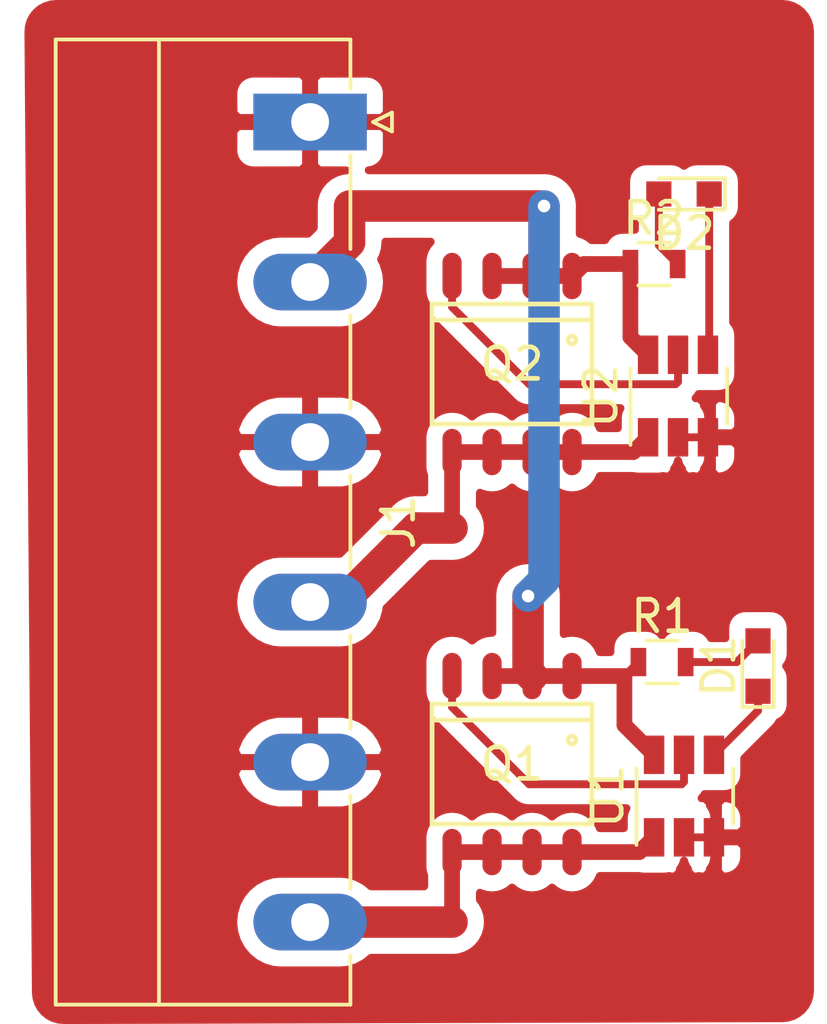
<source format=kicad_pcb>
(kicad_pcb (version 20171130) (host pcbnew "(5.1.10)-1")

  (general
    (thickness 1.6)
    (drawings 0)
    (tracks 61)
    (zones 0)
    (modules 9)
    (nets 11)
  )

  (page A4)
  (layers
    (0 F.Cu signal)
    (31 B.Cu signal)
    (32 B.Adhes user)
    (33 F.Adhes user)
    (34 B.Paste user)
    (35 F.Paste user)
    (36 B.SilkS user)
    (37 F.SilkS user)
    (38 B.Mask user)
    (39 F.Mask user)
    (40 Dwgs.User user)
    (41 Cmts.User user)
    (42 Eco1.User user)
    (43 Eco2.User user)
    (44 Edge.Cuts user)
    (45 Margin user)
    (46 B.CrtYd user)
    (47 F.CrtYd user)
    (48 B.Fab user)
    (49 F.Fab user)
  )

  (setup
    (last_trace_width 1)
    (user_trace_width 0.5)
    (user_trace_width 1)
    (trace_clearance 0.2)
    (zone_clearance 0.508)
    (zone_45_only no)
    (trace_min 0.2)
    (via_size 0.8)
    (via_drill 0.4)
    (via_min_size 0.4)
    (via_min_drill 0.3)
    (uvia_size 0.3)
    (uvia_drill 0.1)
    (uvias_allowed no)
    (uvia_min_size 0.2)
    (uvia_min_drill 0.1)
    (edge_width 0.05)
    (segment_width 0.2)
    (pcb_text_width 0.3)
    (pcb_text_size 1.5 1.5)
    (mod_edge_width 0.12)
    (mod_text_size 1 1)
    (mod_text_width 0.15)
    (pad_size 1.524 1.524)
    (pad_drill 0.762)
    (pad_to_mask_clearance 0)
    (aux_axis_origin 0 0)
    (visible_elements 7FFFFFFF)
    (pcbplotparams
      (layerselection 0x010fc_ffffffff)
      (usegerberextensions false)
      (usegerberattributes true)
      (usegerberadvancedattributes true)
      (creategerberjobfile true)
      (excludeedgelayer true)
      (linewidth 0.100000)
      (plotframeref false)
      (viasonmask false)
      (mode 1)
      (useauxorigin false)
      (hpglpennumber 1)
      (hpglpenspeed 20)
      (hpglpendiameter 15.000000)
      (psnegative false)
      (psa4output false)
      (plotreference true)
      (plotvalue true)
      (plotinvisibletext false)
      (padsonsilk false)
      (subtractmaskfromsilk false)
      (outputformat 1)
      (mirror false)
      (drillshape 1)
      (scaleselection 1)
      (outputdirectory ""))
  )

  (net 0 "")
  (net 1 "Net-(D1-Pad2)")
  (net 2 "Net-(D1-Pad1)")
  (net 3 "Net-(D2-Pad1)")
  (net 4 "Net-(D2-Pad2)")
  (net 5 "Net-(J1-Pad6)")
  (net 6 GND)
  (net 7 "Net-(J1-Pad4)")
  (net 8 +12V)
  (net 9 "Net-(Q1-Pad4)")
  (net 10 "Net-(Q2-Pad4)")

  (net_class Default "This is the default net class."
    (clearance 0.2)
    (trace_width 0.25)
    (via_dia 0.8)
    (via_drill 0.4)
    (uvia_dia 0.3)
    (uvia_drill 0.1)
    (add_net +12V)
    (add_net GND)
    (add_net "Net-(D1-Pad1)")
    (add_net "Net-(D1-Pad2)")
    (add_net "Net-(D2-Pad1)")
    (add_net "Net-(D2-Pad2)")
    (add_net "Net-(J1-Pad4)")
    (add_net "Net-(J1-Pad6)")
    (add_net "Net-(Q1-Pad4)")
    (add_net "Net-(Q2-Pad4)")
  )

  (module LEDs:LED_0603 (layer F.Cu) (tedit 57FE93A5) (tstamp 60B6AB31)
    (at 95.504 83.312 90)
    (descr "LED 0603 smd package")
    (tags "LED led 0603 SMD smd SMT smt smdled SMDLED smtled SMTLED")
    (path /60B8BC1D)
    (attr smd)
    (fp_text reference D1 (at 0 -1.25 90) (layer F.SilkS)
      (effects (font (size 1 1) (thickness 0.15)))
    )
    (fp_text value LED (at 0 1.35 90) (layer F.Fab)
      (effects (font (size 1 1) (thickness 0.15)))
    )
    (fp_line (start -1.45 -0.65) (end 1.45 -0.65) (layer F.CrtYd) (width 0.05))
    (fp_line (start -1.45 0.65) (end -1.45 -0.65) (layer F.CrtYd) (width 0.05))
    (fp_line (start 1.45 0.65) (end -1.45 0.65) (layer F.CrtYd) (width 0.05))
    (fp_line (start 1.45 -0.65) (end 1.45 0.65) (layer F.CrtYd) (width 0.05))
    (fp_line (start -1.3 -0.5) (end 0.8 -0.5) (layer F.SilkS) (width 0.12))
    (fp_line (start -1.3 0.5) (end 0.8 0.5) (layer F.SilkS) (width 0.12))
    (fp_line (start -0.8 0.4) (end -0.8 -0.4) (layer F.Fab) (width 0.1))
    (fp_line (start -0.8 -0.4) (end 0.8 -0.4) (layer F.Fab) (width 0.1))
    (fp_line (start 0.8 -0.4) (end 0.8 0.4) (layer F.Fab) (width 0.1))
    (fp_line (start 0.8 0.4) (end -0.8 0.4) (layer F.Fab) (width 0.1))
    (fp_line (start 0.15 -0.2) (end 0.15 0.2) (layer F.Fab) (width 0.1))
    (fp_line (start 0.15 0.2) (end -0.15 0) (layer F.Fab) (width 0.1))
    (fp_line (start -0.15 0) (end 0.15 -0.2) (layer F.Fab) (width 0.1))
    (fp_line (start -0.2 -0.2) (end -0.2 0.2) (layer F.Fab) (width 0.1))
    (fp_line (start -1.3 -0.5) (end -1.3 0.5) (layer F.SilkS) (width 0.12))
    (pad 2 smd rect (at 0.8 0 270) (size 0.8 0.8) (layers F.Cu F.Paste F.Mask)
      (net 1 "Net-(D1-Pad2)"))
    (pad 1 smd rect (at -0.8 0 270) (size 0.8 0.8) (layers F.Cu F.Paste F.Mask)
      (net 2 "Net-(D1-Pad1)"))
    (model ${KISYS3DMOD}/LEDs.3dshapes/LED_0603.wrl
      (at (xyz 0 0 0))
      (scale (xyz 1 1 1))
      (rotate (xyz 0 0 180))
    )
  )

  (module LEDs:LED_0603 (layer F.Cu) (tedit 57FE93A5) (tstamp 60B6AB46)
    (at 93.1545 68.326 180)
    (descr "LED 0603 smd package")
    (tags "LED led 0603 SMD smd SMT smt smdled SMDLED smtled SMTLED")
    (path /60B8A0F8)
    (attr smd)
    (fp_text reference D2 (at 0 -1.25) (layer F.SilkS)
      (effects (font (size 1 1) (thickness 0.15)))
    )
    (fp_text value LED (at 0 1.35) (layer F.Fab)
      (effects (font (size 1 1) (thickness 0.15)))
    )
    (fp_line (start -1.3 -0.5) (end -1.3 0.5) (layer F.SilkS) (width 0.12))
    (fp_line (start -0.2 -0.2) (end -0.2 0.2) (layer F.Fab) (width 0.1))
    (fp_line (start -0.15 0) (end 0.15 -0.2) (layer F.Fab) (width 0.1))
    (fp_line (start 0.15 0.2) (end -0.15 0) (layer F.Fab) (width 0.1))
    (fp_line (start 0.15 -0.2) (end 0.15 0.2) (layer F.Fab) (width 0.1))
    (fp_line (start 0.8 0.4) (end -0.8 0.4) (layer F.Fab) (width 0.1))
    (fp_line (start 0.8 -0.4) (end 0.8 0.4) (layer F.Fab) (width 0.1))
    (fp_line (start -0.8 -0.4) (end 0.8 -0.4) (layer F.Fab) (width 0.1))
    (fp_line (start -0.8 0.4) (end -0.8 -0.4) (layer F.Fab) (width 0.1))
    (fp_line (start -1.3 0.5) (end 0.8 0.5) (layer F.SilkS) (width 0.12))
    (fp_line (start -1.3 -0.5) (end 0.8 -0.5) (layer F.SilkS) (width 0.12))
    (fp_line (start 1.45 -0.65) (end 1.45 0.65) (layer F.CrtYd) (width 0.05))
    (fp_line (start 1.45 0.65) (end -1.45 0.65) (layer F.CrtYd) (width 0.05))
    (fp_line (start -1.45 0.65) (end -1.45 -0.65) (layer F.CrtYd) (width 0.05))
    (fp_line (start -1.45 -0.65) (end 1.45 -0.65) (layer F.CrtYd) (width 0.05))
    (pad 1 smd rect (at -0.8 0) (size 0.8 0.8) (layers F.Cu F.Paste F.Mask)
      (net 3 "Net-(D2-Pad1)"))
    (pad 2 smd rect (at 0.8 0) (size 0.8 0.8) (layers F.Cu F.Paste F.Mask)
      (net 4 "Net-(D2-Pad2)"))
    (model ${KISYS3DMOD}/LEDs.3dshapes/LED_0603.wrl
      (at (xyz 0 0 0))
      (scale (xyz 1 1 1))
      (rotate (xyz 0 0 180))
    )
  )

  (module Connectors_Phoenix:PhoenixContact_MC-G_06x5.08mm_Angled (layer F.Cu) (tedit 59566E60) (tstamp 60B6AB69)
    (at 81.28 66.04 270)
    (descr "Generic Phoenix Contact connector footprint for series: MC-G; number of pins: 06; pin pitch: 5.08mm; Angled || order number: 1836228 8A 320V")
    (tags "phoenix_contact connector MC_01x06_G_5.08mm")
    (path /60B72E03)
    (fp_text reference J1 (at 12.7 -2.8 90) (layer F.SilkS)
      (effects (font (size 1 1) (thickness 0.15)))
    )
    (fp_text value Screw_Terminal_01x06 (at 12.7 9 90) (layer F.Fab)
      (effects (font (size 1 1) (thickness 0.15)))
    )
    (fp_line (start -2.62 -1.28) (end -2.62 8.08) (layer F.SilkS) (width 0.12))
    (fp_line (start -2.62 8.08) (end 28.02 8.08) (layer F.SilkS) (width 0.12))
    (fp_line (start 28.02 8.08) (end 28.02 -1.28) (layer F.SilkS) (width 0.12))
    (fp_line (start -2.62 -1.28) (end -1.05 -1.28) (layer F.SilkS) (width 0.12))
    (fp_line (start 28.02 -1.28) (end 26.45 -1.28) (layer F.SilkS) (width 0.12))
    (fp_line (start 1.05 -1.28) (end 4.03 -1.28) (layer F.SilkS) (width 0.12))
    (fp_line (start 6.13 -1.28) (end 9.11 -1.28) (layer F.SilkS) (width 0.12))
    (fp_line (start 11.21 -1.28) (end 14.19 -1.28) (layer F.SilkS) (width 0.12))
    (fp_line (start 16.29 -1.28) (end 19.27 -1.28) (layer F.SilkS) (width 0.12))
    (fp_line (start 21.37 -1.28) (end 24.35 -1.28) (layer F.SilkS) (width 0.12))
    (fp_line (start -2.54 -1.2) (end -2.54 8) (layer F.Fab) (width 0.1))
    (fp_line (start -2.54 8) (end 27.94 8) (layer F.Fab) (width 0.1))
    (fp_line (start 27.94 8) (end 27.94 -1.2) (layer F.Fab) (width 0.1))
    (fp_line (start 27.94 -1.2) (end -2.54 -1.2) (layer F.Fab) (width 0.1))
    (fp_line (start -2.62 4.8) (end 28.02 4.8) (layer F.SilkS) (width 0.12))
    (fp_line (start -3.12 -2.3) (end -3.12 8.5) (layer F.CrtYd) (width 0.05))
    (fp_line (start -3.12 8.5) (end 28.44 8.5) (layer F.CrtYd) (width 0.05))
    (fp_line (start 28.44 8.5) (end 28.44 -2.3) (layer F.CrtYd) (width 0.05))
    (fp_line (start 28.44 -2.3) (end -3.12 -2.3) (layer F.CrtYd) (width 0.05))
    (fp_line (start 0.3 -2.6) (end 0 -2) (layer F.SilkS) (width 0.12))
    (fp_line (start 0 -2) (end -0.3 -2.6) (layer F.SilkS) (width 0.12))
    (fp_line (start -0.3 -2.6) (end 0.3 -2.6) (layer F.SilkS) (width 0.12))
    (fp_line (start 0.8 -1.2) (end 0 0) (layer F.Fab) (width 0.1))
    (fp_line (start 0 0) (end -0.8 -1.2) (layer F.Fab) (width 0.1))
    (fp_text user %R (at 12.7 3 90) (layer F.Fab)
      (effects (font (size 1 1) (thickness 0.15)))
    )
    (pad 6 thru_hole oval (at 25.4 0 270) (size 1.8 3.6) (drill 1.2) (layers *.Cu *.Mask)
      (net 5 "Net-(J1-Pad6)"))
    (pad 5 thru_hole oval (at 20.32 0 270) (size 1.8 3.6) (drill 1.2) (layers *.Cu *.Mask)
      (net 6 GND))
    (pad 4 thru_hole oval (at 15.24 0 270) (size 1.8 3.6) (drill 1.2) (layers *.Cu *.Mask)
      (net 7 "Net-(J1-Pad4)"))
    (pad 3 thru_hole oval (at 10.16 0 270) (size 1.8 3.6) (drill 1.2) (layers *.Cu *.Mask)
      (net 6 GND))
    (pad 2 thru_hole oval (at 5.08 0 270) (size 1.8 3.6) (drill 1.2) (layers *.Cu *.Mask)
      (net 8 +12V))
    (pad 1 thru_hole rect (at 0 0 270) (size 1.8 3.6) (drill 1.2) (layers *.Cu *.Mask)
      (net 6 GND))
    (model ${KISYS3DMOD}/Connectors_Phoenix.3dshapes/PhoenixContact_MC-G_06x5.08mm_Angled.wrl
      (at (xyz 0 0 0))
      (scale (xyz 1 1 1))
      (rotate (xyz 0 0 0))
    )
  )

  (module Power_Integrations:SO-8 (layer F.Cu) (tedit 0) (tstamp 60B6AB7B)
    (at 87.6935 86.4235 180)
    (descr "SO-8 Surface Mount Small Outline 150mil 8pin Package")
    (tags "Power Integrations D Package")
    (path /60B74781)
    (fp_text reference Q1 (at 0 0) (layer F.SilkS)
      (effects (font (size 1 1) (thickness 0.15)))
    )
    (fp_text value SQ4435EY (at 0 0) (layer F.Fab)
      (effects (font (size 1 1) (thickness 0.15)))
    )
    (fp_circle (center -1.905 0.762) (end -1.778 0.762) (layer F.SilkS) (width 0.15))
    (fp_line (start -2.54 1.397) (end 2.54 1.397) (layer F.SilkS) (width 0.15))
    (fp_line (start -2.54 -1.905) (end 2.54 -1.905) (layer F.SilkS) (width 0.15))
    (fp_line (start -2.54 1.905) (end 2.54 1.905) (layer F.SilkS) (width 0.15))
    (fp_line (start -2.54 1.905) (end -2.54 -1.905) (layer F.SilkS) (width 0.15))
    (fp_line (start 2.54 1.905) (end 2.54 -1.905) (layer F.SilkS) (width 0.15))
    (pad 8 smd oval (at -1.905 -2.794 180) (size 0.6096 1.4732) (layers F.Cu F.Paste F.Mask)
      (net 5 "Net-(J1-Pad6)"))
    (pad 7 smd oval (at -0.635 -2.794 180) (size 0.6096 1.4732) (layers F.Cu F.Paste F.Mask)
      (net 5 "Net-(J1-Pad6)"))
    (pad 6 smd oval (at 0.635 -2.794 180) (size 0.6096 1.4732) (layers F.Cu F.Paste F.Mask)
      (net 5 "Net-(J1-Pad6)"))
    (pad 5 smd oval (at 1.905 -2.794 180) (size 0.6096 1.4732) (layers F.Cu F.Paste F.Mask)
      (net 5 "Net-(J1-Pad6)"))
    (pad 4 smd oval (at 1.905 2.794 180) (size 0.6096 1.4732) (layers F.Cu F.Paste F.Mask)
      (net 9 "Net-(Q1-Pad4)"))
    (pad 3 smd oval (at 0.635 2.794 180) (size 0.6096 1.4732) (layers F.Cu F.Paste F.Mask)
      (net 8 +12V))
    (pad 2 smd oval (at -0.635 2.794 180) (size 0.6096 1.4732) (layers F.Cu F.Paste F.Mask)
      (net 8 +12V))
    (pad 1 smd oval (at -1.905 2.794 180) (size 0.6096 1.4732) (layers F.Cu F.Paste F.Mask)
      (net 8 +12V))
  )

  (module Power_Integrations:SO-8 (layer F.Cu) (tedit 0) (tstamp 60B6AB8D)
    (at 87.6935 73.7235 180)
    (descr "SO-8 Surface Mount Small Outline 150mil 8pin Package")
    (tags "Power Integrations D Package")
    (path /60B740EA)
    (fp_text reference Q2 (at 0 0) (layer F.SilkS)
      (effects (font (size 1 1) (thickness 0.15)))
    )
    (fp_text value SQ4435EY (at 0 0) (layer F.Fab)
      (effects (font (size 1 1) (thickness 0.15)))
    )
    (fp_line (start 2.54 1.905) (end 2.54 -1.905) (layer F.SilkS) (width 0.15))
    (fp_line (start -2.54 1.905) (end -2.54 -1.905) (layer F.SilkS) (width 0.15))
    (fp_line (start -2.54 1.905) (end 2.54 1.905) (layer F.SilkS) (width 0.15))
    (fp_line (start -2.54 -1.905) (end 2.54 -1.905) (layer F.SilkS) (width 0.15))
    (fp_line (start -2.54 1.397) (end 2.54 1.397) (layer F.SilkS) (width 0.15))
    (fp_circle (center -1.905 0.762) (end -1.778 0.762) (layer F.SilkS) (width 0.15))
    (pad 1 smd oval (at -1.905 2.794 180) (size 0.6096 1.4732) (layers F.Cu F.Paste F.Mask)
      (net 8 +12V))
    (pad 2 smd oval (at -0.635 2.794 180) (size 0.6096 1.4732) (layers F.Cu F.Paste F.Mask)
      (net 8 +12V))
    (pad 3 smd oval (at 0.635 2.794 180) (size 0.6096 1.4732) (layers F.Cu F.Paste F.Mask)
      (net 8 +12V))
    (pad 4 smd oval (at 1.905 2.794 180) (size 0.6096 1.4732) (layers F.Cu F.Paste F.Mask)
      (net 10 "Net-(Q2-Pad4)"))
    (pad 5 smd oval (at 1.905 -2.794 180) (size 0.6096 1.4732) (layers F.Cu F.Paste F.Mask)
      (net 7 "Net-(J1-Pad4)"))
    (pad 6 smd oval (at 0.635 -2.794 180) (size 0.6096 1.4732) (layers F.Cu F.Paste F.Mask)
      (net 7 "Net-(J1-Pad4)"))
    (pad 7 smd oval (at -0.635 -2.794 180) (size 0.6096 1.4732) (layers F.Cu F.Paste F.Mask)
      (net 7 "Net-(J1-Pad4)"))
    (pad 8 smd oval (at -1.905 -2.794 180) (size 0.6096 1.4732) (layers F.Cu F.Paste F.Mask)
      (net 7 "Net-(J1-Pad4)"))
  )

  (module Resistors_SMD:R_0603 (layer F.Cu) (tedit 58E0A804) (tstamp 60B6B048)
    (at 92.456 83.185)
    (descr "Resistor SMD 0603, reflow soldering, Vishay (see dcrcw.pdf)")
    (tags "resistor 0603")
    (path /60B8D397)
    (attr smd)
    (fp_text reference R1 (at 0 -1.45) (layer F.SilkS)
      (effects (font (size 1 1) (thickness 0.15)))
    )
    (fp_text value "1.5 k" (at 0 1.5) (layer F.Fab)
      (effects (font (size 1 1) (thickness 0.15)))
    )
    (fp_line (start -0.8 0.4) (end -0.8 -0.4) (layer F.Fab) (width 0.1))
    (fp_line (start 0.8 0.4) (end -0.8 0.4) (layer F.Fab) (width 0.1))
    (fp_line (start 0.8 -0.4) (end 0.8 0.4) (layer F.Fab) (width 0.1))
    (fp_line (start -0.8 -0.4) (end 0.8 -0.4) (layer F.Fab) (width 0.1))
    (fp_line (start 0.5 0.68) (end -0.5 0.68) (layer F.SilkS) (width 0.12))
    (fp_line (start -0.5 -0.68) (end 0.5 -0.68) (layer F.SilkS) (width 0.12))
    (fp_line (start -1.25 -0.7) (end 1.25 -0.7) (layer F.CrtYd) (width 0.05))
    (fp_line (start -1.25 -0.7) (end -1.25 0.7) (layer F.CrtYd) (width 0.05))
    (fp_line (start 1.25 0.7) (end 1.25 -0.7) (layer F.CrtYd) (width 0.05))
    (fp_line (start 1.25 0.7) (end -1.25 0.7) (layer F.CrtYd) (width 0.05))
    (fp_text user %R (at 0 0 180) (layer F.Fab)
      (effects (font (size 0.4 0.4) (thickness 0.075)))
    )
    (pad 2 smd rect (at 0.75 0) (size 0.5 0.9) (layers F.Cu F.Paste F.Mask)
      (net 1 "Net-(D1-Pad2)"))
    (pad 1 smd rect (at -0.75 0) (size 0.5 0.9) (layers F.Cu F.Paste F.Mask)
      (net 8 +12V))
    (model ${KISYS3DMOD}/Resistors_SMD.3dshapes/R_0603.wrl
      (at (xyz 0 0 0))
      (scale (xyz 1 1 1))
      (rotate (xyz 0 0 0))
    )
  )

  (module Resistors_SMD:R_0603 (layer F.Cu) (tedit 58E0A804) (tstamp 60B6ABAF)
    (at 92.202 70.5485)
    (descr "Resistor SMD 0603, reflow soldering, Vishay (see dcrcw.pdf)")
    (tags "resistor 0603")
    (path /60B8DA25)
    (attr smd)
    (fp_text reference R2 (at 0 -1.45) (layer F.SilkS)
      (effects (font (size 1 1) (thickness 0.15)))
    )
    (fp_text value "1.5 k" (at 0 1.5) (layer F.Fab)
      (effects (font (size 1 1) (thickness 0.15)))
    )
    (fp_line (start 1.25 0.7) (end -1.25 0.7) (layer F.CrtYd) (width 0.05))
    (fp_line (start 1.25 0.7) (end 1.25 -0.7) (layer F.CrtYd) (width 0.05))
    (fp_line (start -1.25 -0.7) (end -1.25 0.7) (layer F.CrtYd) (width 0.05))
    (fp_line (start -1.25 -0.7) (end 1.25 -0.7) (layer F.CrtYd) (width 0.05))
    (fp_line (start -0.5 -0.68) (end 0.5 -0.68) (layer F.SilkS) (width 0.12))
    (fp_line (start 0.5 0.68) (end -0.5 0.68) (layer F.SilkS) (width 0.12))
    (fp_line (start -0.8 -0.4) (end 0.8 -0.4) (layer F.Fab) (width 0.1))
    (fp_line (start 0.8 -0.4) (end 0.8 0.4) (layer F.Fab) (width 0.1))
    (fp_line (start 0.8 0.4) (end -0.8 0.4) (layer F.Fab) (width 0.1))
    (fp_line (start -0.8 0.4) (end -0.8 -0.4) (layer F.Fab) (width 0.1))
    (fp_text user %R (at 0 0) (layer F.Fab)
      (effects (font (size 0.4 0.4) (thickness 0.075)))
    )
    (pad 1 smd rect (at -0.75 0) (size 0.5 0.9) (layers F.Cu F.Paste F.Mask)
      (net 8 +12V))
    (pad 2 smd rect (at 0.75 0) (size 0.5 0.9) (layers F.Cu F.Paste F.Mask)
      (net 4 "Net-(D2-Pad2)"))
    (model ${KISYS3DMOD}/Resistors_SMD.3dshapes/R_0603.wrl
      (at (xyz 0 0 0))
      (scale (xyz 1 1 1))
      (rotate (xyz 0 0 0))
    )
  )

  (module TO_SOT_Packages_SMD:TSOT-23-6 (layer F.Cu) (tedit 58CE4E80) (tstamp 60B6BA5D)
    (at 92.964 74.7395 90)
    (descr "6-pin TSOT23 package, http://cds.linear.com/docs/en/packaging/SOT_6_05-08-1636.pdf")
    (tags "TSOT-23-6 MK06A TSOT-6")
    (path /60B739CD)
    (attr smd)
    (fp_text reference U2 (at 0 -2.45 90) (layer F.SilkS)
      (effects (font (size 1 1) (thickness 0.15)))
    )
    (fp_text value LTC4412xS6 (at 0 2.5 90) (layer F.Fab)
      (effects (font (size 1 1) (thickness 0.15)))
    )
    (fp_line (start 2.17 1.7) (end -2.17 1.7) (layer F.CrtYd) (width 0.05))
    (fp_line (start 2.17 1.7) (end 2.17 -1.7) (layer F.CrtYd) (width 0.05))
    (fp_line (start -2.17 -1.7) (end -2.17 1.7) (layer F.CrtYd) (width 0.05))
    (fp_line (start -2.17 -1.7) (end 2.17 -1.7) (layer F.CrtYd) (width 0.05))
    (fp_line (start 0.88 -1.45) (end 0.88 1.45) (layer F.Fab) (width 0.1))
    (fp_line (start 0.88 1.45) (end -0.88 1.45) (layer F.Fab) (width 0.1))
    (fp_line (start -0.88 -1) (end -0.88 1.45) (layer F.Fab) (width 0.1))
    (fp_line (start 0.88 -1.45) (end -0.43 -1.45) (layer F.Fab) (width 0.1))
    (fp_line (start -0.88 -1) (end -0.43 -1.45) (layer F.Fab) (width 0.1))
    (fp_line (start 0.88 -1.51) (end -1.55 -1.51) (layer F.SilkS) (width 0.12))
    (fp_line (start -0.88 1.56) (end 0.88 1.56) (layer F.SilkS) (width 0.12))
    (fp_text user %R (at 0 0) (layer F.Fab)
      (effects (font (size 0.5 0.5) (thickness 0.075)))
    )
    (pad 6 smd rect (at 1.31 -0.95 90) (size 1.22 0.65) (layers F.Cu F.Paste F.Mask)
      (net 8 +12V))
    (pad 5 smd rect (at 1.31 0 90) (size 1.22 0.65) (layers F.Cu F.Paste F.Mask)
      (net 10 "Net-(Q2-Pad4)"))
    (pad 4 smd rect (at 1.31 0.95 90) (size 1.22 0.65) (layers F.Cu F.Paste F.Mask)
      (net 3 "Net-(D2-Pad1)"))
    (pad 3 smd rect (at -1.31 0.95 90) (size 1.22 0.65) (layers F.Cu F.Paste F.Mask)
      (net 6 GND))
    (pad 2 smd rect (at -1.31 0 90) (size 1.22 0.65) (layers F.Cu F.Paste F.Mask)
      (net 6 GND))
    (pad 1 smd rect (at -1.31 -0.95 90) (size 1.22 0.65) (layers F.Cu F.Paste F.Mask)
      (net 7 "Net-(J1-Pad4)"))
    (model ${KISYS3DMOD}/TO_SOT_Packages_SMD.3dshapes/TSOT-23-6.wrl
      (at (xyz 0 0 0))
      (scale (xyz 1 1 1))
      (rotate (xyz 0 0 0))
    )
  )

  (module TO_SOT_Packages_SMD:TSOT-23-6 (layer F.Cu) (tedit 58CE4E80) (tstamp 60B6B7AC)
    (at 93.1545 87.4395 90)
    (descr "6-pin TSOT23 package, http://cds.linear.com/docs/en/packaging/SOT_6_05-08-1636.pdf")
    (tags "TSOT-23-6 MK06A TSOT-6")
    (path /60B7379C)
    (attr smd)
    (fp_text reference U1 (at 0 -2.45 90) (layer F.SilkS)
      (effects (font (size 1 1) (thickness 0.15)))
    )
    (fp_text value LTC4412xS6 (at 0 2.5 90) (layer F.Fab)
      (effects (font (size 1 1) (thickness 0.15)))
    )
    (fp_line (start 2.17 1.7) (end -2.17 1.7) (layer F.CrtYd) (width 0.05))
    (fp_line (start 2.17 1.7) (end 2.17 -1.7) (layer F.CrtYd) (width 0.05))
    (fp_line (start -2.17 -1.7) (end -2.17 1.7) (layer F.CrtYd) (width 0.05))
    (fp_line (start -2.17 -1.7) (end 2.17 -1.7) (layer F.CrtYd) (width 0.05))
    (fp_line (start 0.88 -1.45) (end 0.88 1.45) (layer F.Fab) (width 0.1))
    (fp_line (start 0.88 1.45) (end -0.88 1.45) (layer F.Fab) (width 0.1))
    (fp_line (start -0.88 -1) (end -0.88 1.45) (layer F.Fab) (width 0.1))
    (fp_line (start 0.88 -1.45) (end -0.43 -1.45) (layer F.Fab) (width 0.1))
    (fp_line (start -0.88 -1) (end -0.43 -1.45) (layer F.Fab) (width 0.1))
    (fp_line (start 0.88 -1.51) (end -1.55 -1.51) (layer F.SilkS) (width 0.12))
    (fp_line (start -0.88 1.56) (end 0.88 1.56) (layer F.SilkS) (width 0.12))
    (fp_text user %R (at 0 0) (layer F.Fab)
      (effects (font (size 0.5 0.5) (thickness 0.075)))
    )
    (pad 6 smd rect (at 1.31 -0.95 90) (size 1.22 0.65) (layers F.Cu F.Paste F.Mask)
      (net 8 +12V))
    (pad 5 smd rect (at 1.31 0 90) (size 1.22 0.65) (layers F.Cu F.Paste F.Mask)
      (net 9 "Net-(Q1-Pad4)"))
    (pad 4 smd rect (at 1.31 0.95 90) (size 1.22 0.65) (layers F.Cu F.Paste F.Mask)
      (net 2 "Net-(D1-Pad1)"))
    (pad 3 smd rect (at -1.31 0.95 90) (size 1.22 0.65) (layers F.Cu F.Paste F.Mask)
      (net 6 GND))
    (pad 2 smd rect (at -1.31 0 90) (size 1.22 0.65) (layers F.Cu F.Paste F.Mask)
      (net 6 GND))
    (pad 1 smd rect (at -1.31 -0.95 90) (size 1.22 0.65) (layers F.Cu F.Paste F.Mask)
      (net 5 "Net-(J1-Pad6)"))
    (model ${KISYS3DMOD}/TO_SOT_Packages_SMD.3dshapes/TSOT-23-6.wrl
      (at (xyz 0 0 0))
      (scale (xyz 1 1 1))
      (rotate (xyz 0 0 0))
    )
  )

  (segment (start 94.831 83.185) (end 95.504 82.512) (width 0.25) (layer F.Cu) (net 1))
  (segment (start 93.206 83.185) (end 94.831 83.185) (width 0.25) (layer F.Cu) (net 1))
  (segment (start 95.504 84.73) (end 94.1045 86.1295) (width 0.25) (layer F.Cu) (net 2))
  (segment (start 95.504 84.112) (end 95.504 84.73) (width 0.25) (layer F.Cu) (net 2))
  (segment (start 93.9545 73.389) (end 93.914 73.4295) (width 0.25) (layer F.Cu) (net 3))
  (segment (start 93.9545 68.326) (end 93.9545 73.389) (width 0.25) (layer F.Cu) (net 3))
  (segment (start 92.3545 69.951) (end 92.952 70.5485) (width 0.25) (layer F.Cu) (net 4))
  (segment (start 92.3545 68.326) (end 92.3545 69.951) (width 0.25) (layer F.Cu) (net 4))
  (segment (start 91.7365 89.2175) (end 92.2045 88.7495) (width 0.5) (layer F.Cu) (net 5))
  (segment (start 89.5985 89.2175) (end 91.7365 89.2175) (width 0.5) (layer F.Cu) (net 5))
  (segment (start 81.28 91.44) (end 85.7885 91.44) (width 1) (layer F.Cu) (net 5))
  (segment (start 85.7885 89.2175) (end 85.7885 91.44) (width 0.5) (layer F.Cu) (net 5))
  (segment (start 85.7885 89.2175) (end 87.0585 89.2175) (width 0.5) (layer F.Cu) (net 5))
  (segment (start 87.0585 89.2175) (end 88.3285 89.2175) (width 0.5) (layer F.Cu) (net 5))
  (segment (start 88.3285 89.2175) (end 89.5985 89.2175) (width 0.5) (layer F.Cu) (net 5))
  (segment (start 94.1045 88.7495) (end 93.1545 88.7495) (width 0.25) (layer F.Cu) (net 6))
  (segment (start 93.914 76.0495) (end 92.964 76.0495) (width 0.25) (layer F.Cu) (net 6))
  (segment (start 91.546 76.5175) (end 92.014 76.0495) (width 0.5) (layer F.Cu) (net 7))
  (segment (start 89.5985 76.5175) (end 91.546 76.5175) (width 0.5) (layer F.Cu) (net 7))
  (segment (start 84.6455 78.9305) (end 85.7885 78.9305) (width 1) (layer F.Cu) (net 7))
  (segment (start 82.296 81.28) (end 84.6455 78.9305) (width 1) (layer F.Cu) (net 7))
  (segment (start 81.28 81.28) (end 82.296 81.28) (width 1) (layer F.Cu) (net 7))
  (segment (start 85.7885 78.9305) (end 85.7885 76.5175) (width 0.5) (layer F.Cu) (net 7))
  (segment (start 85.7885 76.5175) (end 87.0585 76.5175) (width 0.5) (layer F.Cu) (net 7))
  (segment (start 87.0585 76.5175) (end 88.3285 76.5175) (width 0.5) (layer F.Cu) (net 7))
  (segment (start 88.3285 76.5175) (end 89.5985 76.5175) (width 0.5) (layer F.Cu) (net 7))
  (segment (start 81.28 71.12) (end 81.28 70.612) (width 0.25) (layer F.Cu) (net 8))
  (segment (start 91.452 70.5485) (end 89.9795 70.5485) (width 0.5) (layer F.Cu) (net 8))
  (segment (start 91.452 72.8675) (end 92.014 73.4295) (width 0.5) (layer F.Cu) (net 8))
  (segment (start 91.452 70.5485) (end 91.452 72.8675) (width 0.5) (layer F.Cu) (net 8))
  (segment (start 82.53211 69.86789) (end 81.28 71.12) (width 1) (layer F.Cu) (net 8))
  (segment (start 82.53211 68.707) (end 82.53211 69.86789) (width 1) (layer F.Cu) (net 8))
  (segment (start 82.54362 68.707) (end 88.7095 68.707) (width 1) (layer F.Cu) (net 8))
  (segment (start 89.9795 70.5485) (end 89.5985 70.9295) (width 0.5) (layer F.Cu) (net 8))
  (segment (start 88.7095 68.707) (end 88.7095 68.707) (width 1) (layer F.Cu) (net 8) (tstamp 60B90201))
  (via (at 88.7095 68.707) (size 0.8) (drill 0.4) (layers F.Cu B.Cu) (net 8))
  (via (at 88.2015 81.0895) (size 0.8) (drill 0.4) (layers F.Cu B.Cu) (net 8))
  (segment (start 88.7095 80.5815) (end 88.2015 81.0895) (width 1) (layer B.Cu) (net 8))
  (segment (start 88.7095 68.707) (end 88.7095 80.5815) (width 1) (layer B.Cu) (net 8))
  (segment (start 91.2615 83.6295) (end 91.706 83.185) (width 0.25) (layer F.Cu) (net 8))
  (segment (start 89.5985 83.6295) (end 91.2615 83.6295) (width 0.5) (layer F.Cu) (net 8))
  (segment (start 91.2615 85.1865) (end 92.2045 86.1295) (width 0.5) (layer F.Cu) (net 8))
  (segment (start 91.2615 83.6295) (end 91.2615 85.1865) (width 0.5) (layer F.Cu) (net 8))
  (segment (start 88.7095 70.5485) (end 88.3285 70.9295) (width 0.7) (layer F.Cu) (net 8))
  (segment (start 88.7095 68.707) (end 88.7095 70.5485) (width 1) (layer F.Cu) (net 8))
  (segment (start 88.3285 70.9295) (end 89.5985 70.9295) (width 0.5) (layer F.Cu) (net 8))
  (segment (start 88.3285 70.9295) (end 87.0585 70.9295) (width 0.5) (layer F.Cu) (net 8))
  (segment (start 88.2015 83.5025) (end 88.3285 83.6295) (width 1) (layer F.Cu) (net 8))
  (segment (start 88.2015 81.0895) (end 88.2015 83.5025) (width 1) (layer F.Cu) (net 8))
  (segment (start 88.3285 83.6295) (end 87.0585 83.6295) (width 0.5) (layer F.Cu) (net 8))
  (segment (start 88.3285 83.6295) (end 89.5985 83.6295) (width 0.5) (layer F.Cu) (net 8))
  (segment (start 93.1545 86.9895) (end 93.1545 86.1295) (width 0.25) (layer F.Cu) (net 9))
  (segment (start 93.079499 87.064501) (end 93.1545 86.9895) (width 0.25) (layer F.Cu) (net 9))
  (segment (start 88.236901 87.064501) (end 93.079499 87.064501) (width 0.25) (layer F.Cu) (net 9))
  (segment (start 85.7885 84.6161) (end 88.236901 87.064501) (width 0.25) (layer F.Cu) (net 9))
  (segment (start 85.7885 83.6295) (end 85.7885 84.6161) (width 0.25) (layer F.Cu) (net 9))
  (segment (start 92.964 74.2895) (end 92.964 73.4295) (width 0.25) (layer F.Cu) (net 10))
  (segment (start 92.888999 74.364501) (end 92.964 74.2895) (width 0.25) (layer F.Cu) (net 10))
  (segment (start 88.236901 74.364501) (end 92.888999 74.364501) (width 0.25) (layer F.Cu) (net 10))
  (segment (start 85.7885 71.9161) (end 88.236901 74.364501) (width 0.25) (layer F.Cu) (net 10))
  (segment (start 85.7885 70.9295) (end 85.7885 71.9161) (width 0.25) (layer F.Cu) (net 10))

  (zone (net 6) (net_name GND) (layer F.Cu) (tstamp 0) (hatch edge 0.508)
    (connect_pads (clearance 0.508))
    (min_thickness 0.254)
    (fill yes (arc_segments 32) (thermal_gap 0.508) (thermal_bridge_width 0.508) (smoothing fillet) (radius 1))
    (polygon
      (pts
        (xy 97.282 94.615) (xy 72.4535 94.6785) (xy 72.1995 62.1665) (xy 97.282 62.1665)
      )
    )
    (filled_polygon
      (pts
        (xy 96.452189 62.310876) (xy 96.61585 62.360522) (xy 96.766672 62.441138) (xy 96.89887 62.54963) (xy 97.007362 62.681828)
        (xy 97.087978 62.83265) (xy 97.137624 62.996311) (xy 97.155 63.172734) (xy 97.155 93.61133) (xy 97.13768 93.787473)
        (xy 97.088195 93.950886) (xy 97.007827 94.101533) (xy 96.899661 94.233633) (xy 96.767831 94.342143) (xy 96.61739 94.422895)
        (xy 96.45411 94.472797) (xy 96.278011 94.490567) (xy 73.454147 94.54894) (xy 73.278251 94.532128) (xy 73.11497 94.483228)
        (xy 72.964318 94.403514) (xy 72.832032 94.296022) (xy 72.723177 94.164862) (xy 72.641902 94.015038) (xy 72.591311 93.852272)
        (xy 72.572676 93.676557) (xy 72.555203 91.44) (xy 78.837573 91.44) (xy 78.86721 91.740913) (xy 78.954983 92.030261)
        (xy 79.097519 92.296927) (xy 79.289339 92.530661) (xy 79.523073 92.722481) (xy 79.789739 92.865017) (xy 80.079087 92.95279)
        (xy 80.304592 92.975) (xy 82.255408 92.975) (xy 82.480913 92.95279) (xy 82.770261 92.865017) (xy 83.036927 92.722481)
        (xy 83.216634 92.575) (xy 85.844252 92.575) (xy 86.010999 92.558577) (xy 86.224947 92.493676) (xy 86.422123 92.388284)
        (xy 86.594949 92.246449) (xy 86.736784 92.073623) (xy 86.842176 91.876447) (xy 86.907077 91.662499) (xy 86.928991 91.44)
        (xy 86.907077 91.217501) (xy 86.842176 91.003553) (xy 86.736784 90.806377) (xy 86.6735 90.729265) (xy 86.6735 90.509141)
        (xy 86.697114 90.521763) (xy 86.874267 90.575502) (xy 87.0585 90.593647) (xy 87.242732 90.575502) (xy 87.419885 90.521763)
        (xy 87.583151 90.434496) (xy 87.6935 90.343935) (xy 87.803849 90.434496) (xy 87.967114 90.521763) (xy 88.144267 90.575502)
        (xy 88.3285 90.593647) (xy 88.512732 90.575502) (xy 88.689885 90.521763) (xy 88.853151 90.434496) (xy 88.9635 90.343935)
        (xy 89.073849 90.434496) (xy 89.237114 90.521763) (xy 89.414267 90.575502) (xy 89.5985 90.593647) (xy 89.782732 90.575502)
        (xy 89.959885 90.521763) (xy 90.123151 90.434496) (xy 90.266254 90.317054) (xy 90.383696 90.173951) (xy 90.470963 90.010686)
        (xy 90.48103 89.9775) (xy 91.699178 89.9775) (xy 91.7365 89.981176) (xy 91.740186 89.980813) (xy 91.755018 89.985312)
        (xy 91.8795 89.997572) (xy 92.5295 89.997572) (xy 92.653982 89.985312) (xy 92.6795 89.977571) (xy 92.705018 89.985312)
        (xy 92.8295 89.997572) (xy 92.86875 89.9945) (xy 93.0275 89.83575) (xy 93.0275 89.753641) (xy 93.060037 89.713994)
        (xy 93.119002 89.60368) (xy 93.1545 89.486659) (xy 93.189998 89.60368) (xy 93.248963 89.713994) (xy 93.2815 89.753641)
        (xy 93.2815 89.83575) (xy 93.44025 89.9945) (xy 93.4795 89.997572) (xy 93.603982 89.985312) (xy 93.6295 89.977571)
        (xy 93.655018 89.985312) (xy 93.7795 89.997572) (xy 93.81875 89.9945) (xy 93.9775 89.83575) (xy 93.9775 89.753641)
        (xy 94.010037 89.713994) (xy 94.069002 89.60368) (xy 94.105312 89.483982) (xy 94.117572 89.3595) (xy 94.1145 89.03525)
        (xy 93.9775 88.89825) (xy 93.9775 88.8765) (xy 94.2315 88.8765) (xy 94.2315 89.83575) (xy 94.39025 89.9945)
        (xy 94.4295 89.997572) (xy 94.553982 89.985312) (xy 94.67368 89.949002) (xy 94.783994 89.890037) (xy 94.880685 89.810685)
        (xy 94.960037 89.713994) (xy 95.019002 89.60368) (xy 95.055312 89.483982) (xy 95.067572 89.3595) (xy 95.0645 89.03525)
        (xy 94.90575 88.8765) (xy 94.2315 88.8765) (xy 93.9775 88.8765) (xy 93.9575 88.8765) (xy 93.9575 88.6225)
        (xy 93.9775 88.6225) (xy 93.9775 88.60075) (xy 94.1145 88.46375) (xy 94.117572 88.1395) (xy 94.105312 88.015018)
        (xy 94.069002 87.89532) (xy 94.010037 87.785006) (xy 93.9775 87.745359) (xy 93.9775 87.66325) (xy 94.2315 87.66325)
        (xy 94.2315 88.6225) (xy 94.90575 88.6225) (xy 95.0645 88.46375) (xy 95.067572 88.1395) (xy 95.055312 88.015018)
        (xy 95.019002 87.89532) (xy 94.960037 87.785006) (xy 94.880685 87.688315) (xy 94.783994 87.608963) (xy 94.67368 87.549998)
        (xy 94.553982 87.513688) (xy 94.4295 87.501428) (xy 94.39025 87.5045) (xy 94.2315 87.66325) (xy 93.9775 87.66325)
        (xy 93.81875 87.5045) (xy 93.7795 87.501428) (xy 93.712091 87.508067) (xy 93.789474 87.413776) (xy 93.808826 87.377572)
        (xy 94.4295 87.377572) (xy 94.553982 87.365312) (xy 94.67368 87.329002) (xy 94.783994 87.270037) (xy 94.880685 87.190685)
        (xy 94.960037 87.093994) (xy 95.019002 86.98368) (xy 95.055312 86.863982) (xy 95.067572 86.7395) (xy 95.067572 86.241229)
        (xy 96.015003 85.293799) (xy 96.044001 85.270001) (xy 96.08189 85.223833) (xy 96.138974 85.154277) (xy 96.174784 85.087282)
        (xy 96.258494 85.042537) (xy 96.355185 84.963185) (xy 96.434537 84.866494) (xy 96.493502 84.75618) (xy 96.529812 84.636482)
        (xy 96.542072 84.512) (xy 96.542072 83.712) (xy 96.529812 83.587518) (xy 96.493502 83.46782) (xy 96.434537 83.357506)
        (xy 96.397191 83.312) (xy 96.434537 83.266494) (xy 96.493502 83.15618) (xy 96.529812 83.036482) (xy 96.542072 82.912)
        (xy 96.542072 82.112) (xy 96.529812 81.987518) (xy 96.493502 81.86782) (xy 96.434537 81.757506) (xy 96.355185 81.660815)
        (xy 96.258494 81.581463) (xy 96.14818 81.522498) (xy 96.028482 81.486188) (xy 95.904 81.473928) (xy 95.104 81.473928)
        (xy 94.979518 81.486188) (xy 94.85982 81.522498) (xy 94.749506 81.581463) (xy 94.652815 81.660815) (xy 94.573463 81.757506)
        (xy 94.514498 81.86782) (xy 94.478188 81.987518) (xy 94.465928 82.112) (xy 94.465928 82.425) (xy 94.01032 82.425)
        (xy 93.986537 82.380506) (xy 93.907185 82.283815) (xy 93.810494 82.204463) (xy 93.70018 82.145498) (xy 93.580482 82.109188)
        (xy 93.456 82.096928) (xy 92.956 82.096928) (xy 92.831518 82.109188) (xy 92.71182 82.145498) (xy 92.601506 82.204463)
        (xy 92.504815 82.283815) (xy 92.456 82.343296) (xy 92.407185 82.283815) (xy 92.310494 82.204463) (xy 92.20018 82.145498)
        (xy 92.080482 82.109188) (xy 91.956 82.096928) (xy 91.456 82.096928) (xy 91.331518 82.109188) (xy 91.21182 82.145498)
        (xy 91.101506 82.204463) (xy 91.004815 82.283815) (xy 90.925463 82.380506) (xy 90.866498 82.49082) (xy 90.830188 82.610518)
        (xy 90.817928 82.735) (xy 90.817928 82.8695) (xy 90.48103 82.8695) (xy 90.470963 82.836314) (xy 90.383696 82.673049)
        (xy 90.266254 82.529946) (xy 90.123151 82.412504) (xy 89.959886 82.325237) (xy 89.782733 82.271498) (xy 89.5985 82.253353)
        (xy 89.414268 82.271498) (xy 89.3365 82.295089) (xy 89.3365 81.033748) (xy 89.320077 80.867001) (xy 89.255176 80.653053)
        (xy 89.149784 80.455877) (xy 89.007949 80.283051) (xy 88.835123 80.141216) (xy 88.637946 80.035824) (xy 88.423998 79.970923)
        (xy 88.2015 79.949009) (xy 87.979001 79.970923) (xy 87.765053 80.035824) (xy 87.567877 80.141216) (xy 87.395051 80.283051)
        (xy 87.253216 80.455877) (xy 87.147824 80.653054) (xy 87.082923 80.867002) (xy 87.0665 81.033749) (xy 87.0665 82.254141)
        (xy 87.0585 82.253353) (xy 86.874268 82.271498) (xy 86.697115 82.325237) (xy 86.53385 82.412504) (xy 86.423501 82.503066)
        (xy 86.313151 82.412504) (xy 86.149886 82.325237) (xy 85.972733 82.271498) (xy 85.7885 82.253353) (xy 85.604268 82.271498)
        (xy 85.427115 82.325237) (xy 85.26385 82.412504) (xy 85.120747 82.529946) (xy 85.003305 82.673049) (xy 84.916038 82.836314)
        (xy 84.862299 83.013467) (xy 84.8487 83.151533) (xy 84.8487 84.107466) (xy 84.862298 84.245532) (xy 84.916037 84.422685)
        (xy 85.003304 84.585951) (xy 85.025169 84.612594) (xy 85.024824 84.6161) (xy 85.039498 84.765085) (xy 85.082954 84.908346)
        (xy 85.153526 85.040376) (xy 85.224701 85.127102) (xy 85.2485 85.156101) (xy 85.277498 85.179899) (xy 87.673102 87.575504)
        (xy 87.6969 87.604502) (xy 87.725898 87.6283) (xy 87.812624 87.699475) (xy 87.88564 87.738503) (xy 87.944654 87.770047)
        (xy 88.087915 87.813504) (xy 88.199568 87.824501) (xy 88.199578 87.824501) (xy 88.236901 87.828177) (xy 88.274224 87.824501)
        (xy 91.327852 87.824501) (xy 91.289998 87.89532) (xy 91.253688 88.015018) (xy 91.241428 88.1395) (xy 91.241428 88.4575)
        (xy 90.48103 88.4575) (xy 90.470963 88.424314) (xy 90.383696 88.261049) (xy 90.266254 88.117946) (xy 90.123151 88.000504)
        (xy 89.959886 87.913237) (xy 89.782733 87.859498) (xy 89.5985 87.841353) (xy 89.414268 87.859498) (xy 89.237115 87.913237)
        (xy 89.07385 88.000504) (xy 88.9635 88.091066) (xy 88.853151 88.000504) (xy 88.689886 87.913237) (xy 88.512733 87.859498)
        (xy 88.3285 87.841353) (xy 88.144268 87.859498) (xy 87.967115 87.913237) (xy 87.80385 88.000504) (xy 87.6935 88.091066)
        (xy 87.583151 88.000504) (xy 87.419886 87.913237) (xy 87.242733 87.859498) (xy 87.0585 87.841353) (xy 86.874268 87.859498)
        (xy 86.697115 87.913237) (xy 86.53385 88.000504) (xy 86.4235 88.091066) (xy 86.313151 88.000504) (xy 86.149886 87.913237)
        (xy 85.972733 87.859498) (xy 85.7885 87.841353) (xy 85.604268 87.859498) (xy 85.427115 87.913237) (xy 85.26385 88.000504)
        (xy 85.120747 88.117946) (xy 85.003305 88.261049) (xy 84.916038 88.424314) (xy 84.862299 88.601467) (xy 84.8487 88.739533)
        (xy 84.8487 89.695466) (xy 84.862298 89.833532) (xy 84.9035 89.969357) (xy 84.9035 90.305) (xy 83.216634 90.305)
        (xy 83.036927 90.157519) (xy 82.770261 90.014983) (xy 82.480913 89.92721) (xy 82.255408 89.905) (xy 80.304592 89.905)
        (xy 80.079087 89.92721) (xy 79.789739 90.014983) (xy 79.523073 90.157519) (xy 79.289339 90.349339) (xy 79.097519 90.583073)
        (xy 78.954983 90.849739) (xy 78.86721 91.139087) (xy 78.837573 91.44) (xy 72.555203 91.44) (xy 72.518366 86.72474)
        (xy 78.888964 86.72474) (xy 78.913245 86.830087) (xy 79.033138 87.107204) (xy 79.20479 87.355606) (xy 79.421604 87.565748)
        (xy 79.675249 87.729554) (xy 79.955977 87.840729) (xy 80.253 87.895) (xy 81.153 87.895) (xy 81.153 86.487)
        (xy 81.407 86.487) (xy 81.407 87.895) (xy 82.307 87.895) (xy 82.604023 87.840729) (xy 82.884751 87.729554)
        (xy 83.138396 87.565748) (xy 83.35521 87.355606) (xy 83.526862 87.107204) (xy 83.646755 86.830087) (xy 83.671036 86.72474)
        (xy 83.550378 86.487) (xy 81.407 86.487) (xy 81.153 86.487) (xy 79.009622 86.487) (xy 78.888964 86.72474)
        (xy 72.518366 86.72474) (xy 72.512667 85.99526) (xy 78.888964 85.99526) (xy 79.009622 86.233) (xy 81.153 86.233)
        (xy 81.153 84.825) (xy 81.407 84.825) (xy 81.407 86.233) (xy 83.550378 86.233) (xy 83.671036 85.99526)
        (xy 83.646755 85.889913) (xy 83.526862 85.612796) (xy 83.35521 85.364394) (xy 83.138396 85.154252) (xy 82.884751 84.990446)
        (xy 82.604023 84.879271) (xy 82.307 84.825) (xy 81.407 84.825) (xy 81.153 84.825) (xy 80.253 84.825)
        (xy 79.955977 84.879271) (xy 79.675249 84.990446) (xy 79.421604 85.154252) (xy 79.20479 85.364394) (xy 79.033138 85.612796)
        (xy 78.913245 85.889913) (xy 78.888964 85.99526) (xy 72.512667 85.99526) (xy 72.438992 76.56474) (xy 78.888964 76.56474)
        (xy 78.913245 76.670087) (xy 79.033138 76.947204) (xy 79.20479 77.195606) (xy 79.421604 77.405748) (xy 79.675249 77.569554)
        (xy 79.955977 77.680729) (xy 80.253 77.735) (xy 81.153 77.735) (xy 81.153 76.327) (xy 81.407 76.327)
        (xy 81.407 77.735) (xy 82.307 77.735) (xy 82.604023 77.680729) (xy 82.884751 77.569554) (xy 83.138396 77.405748)
        (xy 83.35521 77.195606) (xy 83.526862 76.947204) (xy 83.646755 76.670087) (xy 83.671036 76.56474) (xy 83.550378 76.327)
        (xy 81.407 76.327) (xy 81.153 76.327) (xy 79.009622 76.327) (xy 78.888964 76.56474) (xy 72.438992 76.56474)
        (xy 72.433293 75.83526) (xy 78.888964 75.83526) (xy 79.009622 76.073) (xy 81.153 76.073) (xy 81.153 74.665)
        (xy 81.407 74.665) (xy 81.407 76.073) (xy 83.550378 76.073) (xy 83.671036 75.83526) (xy 83.646755 75.729913)
        (xy 83.526862 75.452796) (xy 83.35521 75.204394) (xy 83.138396 74.994252) (xy 82.884751 74.830446) (xy 82.604023 74.719271)
        (xy 82.307 74.665) (xy 81.407 74.665) (xy 81.153 74.665) (xy 80.253 74.665) (xy 79.955977 74.719271)
        (xy 79.675249 74.830446) (xy 79.421604 74.994252) (xy 79.20479 75.204394) (xy 79.033138 75.452796) (xy 78.913245 75.729913)
        (xy 78.888964 75.83526) (xy 72.433293 75.83526) (xy 72.396454 71.12) (xy 78.837573 71.12) (xy 78.86721 71.420913)
        (xy 78.954983 71.710261) (xy 79.097519 71.976927) (xy 79.289339 72.210661) (xy 79.523073 72.402481) (xy 79.789739 72.545017)
        (xy 80.079087 72.63279) (xy 80.304592 72.655) (xy 82.255408 72.655) (xy 82.480913 72.63279) (xy 82.770261 72.545017)
        (xy 83.036927 72.402481) (xy 83.270661 72.210661) (xy 83.462481 71.976927) (xy 83.605017 71.710261) (xy 83.69279 71.420913)
        (xy 83.722427 71.12) (xy 83.69279 70.819087) (xy 83.605017 70.529739) (xy 83.535162 70.399049) (xy 83.585786 70.304337)
        (xy 83.650687 70.090389) (xy 83.66711 69.923642) (xy 83.672601 69.86789) (xy 83.670051 69.842) (xy 85.110855 69.842)
        (xy 85.003305 69.973049) (xy 84.916038 70.136314) (xy 84.862299 70.313467) (xy 84.8487 70.451533) (xy 84.8487 71.407466)
        (xy 84.862298 71.545532) (xy 84.916037 71.722685) (xy 85.003304 71.885951) (xy 85.025169 71.912594) (xy 85.024824 71.9161)
        (xy 85.039498 72.065085) (xy 85.082954 72.208346) (xy 85.153526 72.340376) (xy 85.204495 72.402481) (xy 85.2485 72.456101)
        (xy 85.277498 72.479899) (xy 87.673102 74.875504) (xy 87.6969 74.904502) (xy 87.725898 74.9283) (xy 87.812624 74.999475)
        (xy 87.88564 75.038503) (xy 87.944654 75.070047) (xy 88.087915 75.113504) (xy 88.199568 75.124501) (xy 88.199578 75.124501)
        (xy 88.236901 75.128177) (xy 88.274224 75.124501) (xy 91.137352 75.124501) (xy 91.099498 75.19532) (xy 91.063188 75.315018)
        (xy 91.050928 75.4395) (xy 91.050928 75.7575) (xy 90.48103 75.7575) (xy 90.470963 75.724314) (xy 90.383696 75.561049)
        (xy 90.266254 75.417946) (xy 90.123151 75.300504) (xy 89.959886 75.213237) (xy 89.782733 75.159498) (xy 89.5985 75.141353)
        (xy 89.414268 75.159498) (xy 89.237115 75.213237) (xy 89.07385 75.300504) (xy 88.9635 75.391066) (xy 88.853151 75.300504)
        (xy 88.689886 75.213237) (xy 88.512733 75.159498) (xy 88.3285 75.141353) (xy 88.144268 75.159498) (xy 87.967115 75.213237)
        (xy 87.80385 75.300504) (xy 87.6935 75.391066) (xy 87.583151 75.300504) (xy 87.419886 75.213237) (xy 87.242733 75.159498)
        (xy 87.0585 75.141353) (xy 86.874268 75.159498) (xy 86.697115 75.213237) (xy 86.53385 75.300504) (xy 86.4235 75.391066)
        (xy 86.313151 75.300504) (xy 86.149886 75.213237) (xy 85.972733 75.159498) (xy 85.7885 75.141353) (xy 85.604268 75.159498)
        (xy 85.427115 75.213237) (xy 85.26385 75.300504) (xy 85.120747 75.417946) (xy 85.003305 75.561049) (xy 84.916038 75.724314)
        (xy 84.862299 75.901467) (xy 84.8487 76.039533) (xy 84.8487 76.995466) (xy 84.862298 77.133532) (xy 84.903501 77.269358)
        (xy 84.9035 77.7955) (xy 84.701252 77.7955) (xy 84.6455 77.790009) (xy 84.589748 77.7955) (xy 84.423001 77.811923)
        (xy 84.209053 77.876824) (xy 84.011877 77.982216) (xy 83.839051 78.124051) (xy 83.803509 78.167359) (xy 82.225869 79.745)
        (xy 80.304592 79.745) (xy 80.079087 79.76721) (xy 79.789739 79.854983) (xy 79.523073 79.997519) (xy 79.289339 80.189339)
        (xy 79.097519 80.423073) (xy 78.954983 80.689739) (xy 78.86721 80.979087) (xy 78.837573 81.28) (xy 78.86721 81.580913)
        (xy 78.954983 81.870261) (xy 79.097519 82.136927) (xy 79.289339 82.370661) (xy 79.523073 82.562481) (xy 79.789739 82.705017)
        (xy 80.079087 82.79279) (xy 80.304592 82.815) (xy 82.255408 82.815) (xy 82.480913 82.79279) (xy 82.770261 82.705017)
        (xy 83.036927 82.562481) (xy 83.270661 82.370661) (xy 83.462481 82.136927) (xy 83.605017 81.870261) (xy 83.69279 81.580913)
        (xy 83.702903 81.478228) (xy 85.115632 80.0655) (xy 85.844252 80.0655) (xy 86.010999 80.049077) (xy 86.224947 79.984176)
        (xy 86.422123 79.878784) (xy 86.594949 79.736949) (xy 86.736784 79.564123) (xy 86.842176 79.366947) (xy 86.907077 79.152999)
        (xy 86.928991 78.9305) (xy 86.907077 78.708001) (xy 86.842176 78.494053) (xy 86.736784 78.296877) (xy 86.6735 78.219765)
        (xy 86.6735 77.809141) (xy 86.697114 77.821763) (xy 86.874267 77.875502) (xy 87.0585 77.893647) (xy 87.242732 77.875502)
        (xy 87.419885 77.821763) (xy 87.583151 77.734496) (xy 87.6935 77.643935) (xy 87.803849 77.734496) (xy 87.967114 77.821763)
        (xy 88.144267 77.875502) (xy 88.3285 77.893647) (xy 88.512732 77.875502) (xy 88.689885 77.821763) (xy 88.853151 77.734496)
        (xy 88.9635 77.643935) (xy 89.073849 77.734496) (xy 89.237114 77.821763) (xy 89.414267 77.875502) (xy 89.5985 77.893647)
        (xy 89.782732 77.875502) (xy 89.959885 77.821763) (xy 90.123151 77.734496) (xy 90.266254 77.617054) (xy 90.383696 77.473951)
        (xy 90.470963 77.310686) (xy 90.48103 77.2775) (xy 91.508678 77.2775) (xy 91.546 77.281176) (xy 91.549686 77.280813)
        (xy 91.564518 77.285312) (xy 91.689 77.297572) (xy 92.339 77.297572) (xy 92.463482 77.285312) (xy 92.489 77.277571)
        (xy 92.514518 77.285312) (xy 92.639 77.297572) (xy 92.67825 77.2945) (xy 92.837 77.13575) (xy 92.837 77.053641)
        (xy 92.869537 77.013994) (xy 92.928502 76.90368) (xy 92.964 76.786659) (xy 92.999498 76.90368) (xy 93.058463 77.013994)
        (xy 93.091 77.053641) (xy 93.091 77.13575) (xy 93.24975 77.2945) (xy 93.289 77.297572) (xy 93.413482 77.285312)
        (xy 93.439 77.277571) (xy 93.464518 77.285312) (xy 93.589 77.297572) (xy 93.62825 77.2945) (xy 93.787 77.13575)
        (xy 93.787 77.053641) (xy 93.819537 77.013994) (xy 93.878502 76.90368) (xy 93.914812 76.783982) (xy 93.927072 76.6595)
        (xy 93.924 76.33525) (xy 93.787 76.19825) (xy 93.787 76.1765) (xy 94.041 76.1765) (xy 94.041 77.13575)
        (xy 94.19975 77.2945) (xy 94.239 77.297572) (xy 94.363482 77.285312) (xy 94.48318 77.249002) (xy 94.593494 77.190037)
        (xy 94.690185 77.110685) (xy 94.769537 77.013994) (xy 94.828502 76.90368) (xy 94.864812 76.783982) (xy 94.877072 76.6595)
        (xy 94.874 76.33525) (xy 94.71525 76.1765) (xy 94.041 76.1765) (xy 93.787 76.1765) (xy 93.767 76.1765)
        (xy 93.767 75.9225) (xy 93.787 75.9225) (xy 93.787 75.90075) (xy 93.924 75.76375) (xy 93.927072 75.4395)
        (xy 93.914812 75.315018) (xy 93.878502 75.19532) (xy 93.819537 75.085006) (xy 93.787 75.045359) (xy 93.787 74.96325)
        (xy 94.041 74.96325) (xy 94.041 75.9225) (xy 94.71525 75.9225) (xy 94.874 75.76375) (xy 94.877072 75.4395)
        (xy 94.864812 75.315018) (xy 94.828502 75.19532) (xy 94.769537 75.085006) (xy 94.690185 74.988315) (xy 94.593494 74.908963)
        (xy 94.48318 74.849998) (xy 94.363482 74.813688) (xy 94.239 74.801428) (xy 94.19975 74.8045) (xy 94.041 74.96325)
        (xy 93.787 74.96325) (xy 93.62825 74.8045) (xy 93.589 74.801428) (xy 93.521591 74.808067) (xy 93.598974 74.713776)
        (xy 93.618326 74.677572) (xy 94.239 74.677572) (xy 94.363482 74.665312) (xy 94.48318 74.629002) (xy 94.593494 74.570037)
        (xy 94.690185 74.490685) (xy 94.769537 74.393994) (xy 94.828502 74.28368) (xy 94.864812 74.163982) (xy 94.877072 74.0395)
        (xy 94.877072 72.8195) (xy 94.864812 72.695018) (xy 94.828502 72.57532) (xy 94.769537 72.465006) (xy 94.7145 72.397943)
        (xy 94.7145 69.252018) (xy 94.805685 69.177185) (xy 94.885037 69.080494) (xy 94.944002 68.97018) (xy 94.980312 68.850482)
        (xy 94.992572 68.726) (xy 94.992572 67.926) (xy 94.980312 67.801518) (xy 94.944002 67.68182) (xy 94.885037 67.571506)
        (xy 94.805685 67.474815) (xy 94.708994 67.395463) (xy 94.59868 67.336498) (xy 94.478982 67.300188) (xy 94.3545 67.287928)
        (xy 93.5545 67.287928) (xy 93.430018 67.300188) (xy 93.31032 67.336498) (xy 93.200006 67.395463) (xy 93.1545 67.432809)
        (xy 93.108994 67.395463) (xy 92.99868 67.336498) (xy 92.878982 67.300188) (xy 92.7545 67.287928) (xy 91.9545 67.287928)
        (xy 91.830018 67.300188) (xy 91.71032 67.336498) (xy 91.600006 67.395463) (xy 91.503315 67.474815) (xy 91.423963 67.571506)
        (xy 91.364998 67.68182) (xy 91.328688 67.801518) (xy 91.316428 67.926) (xy 91.316428 68.726) (xy 91.328688 68.850482)
        (xy 91.364998 68.97018) (xy 91.423963 69.080494) (xy 91.503315 69.177185) (xy 91.594501 69.252019) (xy 91.594501 69.460428)
        (xy 91.202 69.460428) (xy 91.077518 69.472688) (xy 90.95782 69.508998) (xy 90.847506 69.567963) (xy 90.750815 69.647315)
        (xy 90.671463 69.744006) (xy 90.64768 69.7885) (xy 90.215752 69.7885) (xy 90.123151 69.712504) (xy 89.959886 69.625237)
        (xy 89.8445 69.590235) (xy 89.8445 68.762752) (xy 89.849991 68.707) (xy 89.828077 68.484501) (xy 89.763176 68.270553)
        (xy 89.657784 68.073377) (xy 89.515949 67.900551) (xy 89.343123 67.758716) (xy 89.145947 67.653324) (xy 88.931999 67.588423)
        (xy 88.765252 67.572) (xy 88.765251 67.572) (xy 88.7095 67.566509) (xy 88.653748 67.572) (xy 83.141652 67.572)
        (xy 83.204482 67.565812) (xy 83.32418 67.529502) (xy 83.434494 67.470537) (xy 83.531185 67.391185) (xy 83.610537 67.294494)
        (xy 83.669502 67.18418) (xy 83.705812 67.064482) (xy 83.718072 66.94) (xy 83.715 66.32575) (xy 83.55625 66.167)
        (xy 81.407 66.167) (xy 81.407 67.41625) (xy 81.56575 67.575) (xy 82.428135 67.57675) (xy 82.309611 67.588423)
        (xy 82.095663 67.653324) (xy 81.898487 67.758716) (xy 81.725661 67.900551) (xy 81.583826 68.073377) (xy 81.478434 68.270554)
        (xy 81.413533 68.484502) (xy 81.39711 68.651249) (xy 81.39711 69.397758) (xy 81.209868 69.585) (xy 80.304592 69.585)
        (xy 80.079087 69.60721) (xy 79.789739 69.694983) (xy 79.523073 69.837519) (xy 79.289339 70.029339) (xy 79.097519 70.263073)
        (xy 78.954983 70.529739) (xy 78.86721 70.819087) (xy 78.837573 71.12) (xy 72.396454 71.12) (xy 72.363798 66.94)
        (xy 78.841928 66.94) (xy 78.854188 67.064482) (xy 78.890498 67.18418) (xy 78.949463 67.294494) (xy 79.028815 67.391185)
        (xy 79.125506 67.470537) (xy 79.23582 67.529502) (xy 79.355518 67.565812) (xy 79.48 67.578072) (xy 80.99425 67.575)
        (xy 81.153 67.41625) (xy 81.153 66.167) (xy 79.00375 66.167) (xy 78.845 66.32575) (xy 78.841928 66.94)
        (xy 72.363798 66.94) (xy 72.349736 65.14) (xy 78.841928 65.14) (xy 78.845 65.75425) (xy 79.00375 65.913)
        (xy 81.153 65.913) (xy 81.153 64.66375) (xy 81.407 64.66375) (xy 81.407 65.913) (xy 83.55625 65.913)
        (xy 83.715 65.75425) (xy 83.718072 65.14) (xy 83.705812 65.015518) (xy 83.669502 64.89582) (xy 83.610537 64.785506)
        (xy 83.531185 64.688815) (xy 83.434494 64.609463) (xy 83.32418 64.550498) (xy 83.204482 64.514188) (xy 83.08 64.501928)
        (xy 81.56575 64.505) (xy 81.407 64.66375) (xy 81.153 64.66375) (xy 80.99425 64.505) (xy 79.48 64.501928)
        (xy 79.355518 64.514188) (xy 79.23582 64.550498) (xy 79.125506 64.609463) (xy 79.028815 64.688815) (xy 78.949463 64.785506)
        (xy 78.890498 64.89582) (xy 78.854188 65.015518) (xy 78.841928 65.14) (xy 72.349736 65.14) (xy 72.334419 63.179588)
        (xy 72.350582 63.002161) (xy 72.399427 62.837383) (xy 72.479629 62.685378) (xy 72.588073 62.552049) (xy 72.720548 62.442569)
        (xy 72.871929 62.361179) (xy 73.036315 62.31105) (xy 73.21361 62.2935) (xy 96.275766 62.2935)
      )
    )
  )
)

</source>
